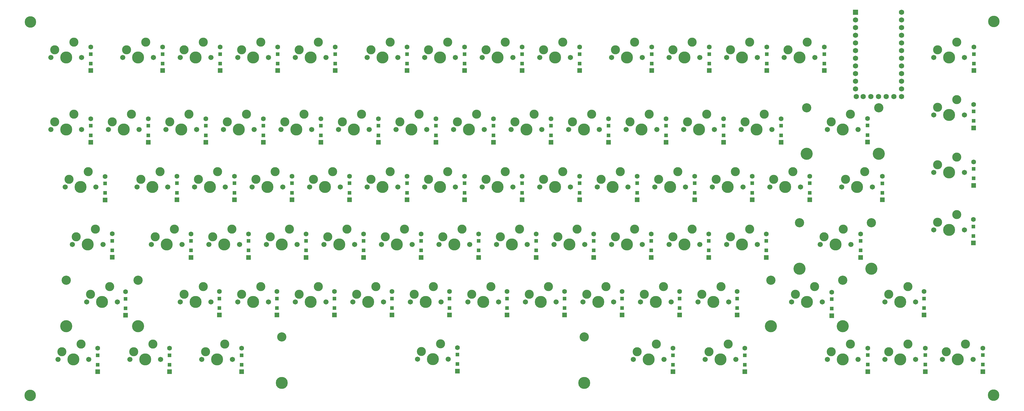
<source format=gbr>
G04 #@! TF.GenerationSoftware,KiCad,Pcbnew,(6.0.10)*
G04 #@! TF.CreationDate,2023-03-11T21:04:29-08:00*
G04 #@! TF.ProjectId,keyboard,6b657962-6f61-4726-942e-6b696361645f,rev?*
G04 #@! TF.SameCoordinates,Original*
G04 #@! TF.FileFunction,Soldermask,Top*
G04 #@! TF.FilePolarity,Negative*
%FSLAX46Y46*%
G04 Gerber Fmt 4.6, Leading zero omitted, Abs format (unit mm)*
G04 Created by KiCad (PCBNEW (6.0.10)) date 2023-03-11 21:04:29*
%MOMM*%
%LPD*%
G01*
G04 APERTURE LIST*
%ADD10R,1.600000X1.600000*%
%ADD11R,1.200000X1.200000*%
%ADD12C,1.600000*%
%ADD13C,4.000000*%
%ADD14C,3.050000*%
%ADD15C,3.000000*%
%ADD16C,3.987800*%
%ADD17C,1.701800*%
%ADD18C,3.800000*%
%ADD19C,3.048000*%
%ADD20R,1.752600X1.752600*%
%ADD21C,1.752600*%
G04 APERTURE END LIST*
D10*
X232320000Y-144850000D03*
D11*
X232320000Y-142525000D03*
D12*
X232320000Y-137050000D03*
D11*
X232320000Y-139375000D03*
X274950000Y-199775000D03*
D10*
X274950000Y-202100000D03*
D11*
X274950000Y-196625000D03*
D12*
X274950000Y-194300000D03*
D13*
X395623450Y-186731800D03*
D14*
X395623450Y-171491800D03*
D15*
X386276250Y-173600000D03*
D13*
X371823450Y-186731800D03*
D16*
X383736250Y-178680000D03*
D15*
X379926250Y-176140000D03*
D17*
X388816250Y-178680000D03*
X378656250Y-178680000D03*
D14*
X371823450Y-171491800D03*
D10*
X382450000Y-202330000D03*
D11*
X382450000Y-200005000D03*
X382450000Y-196855000D03*
D12*
X382450000Y-194530000D03*
D11*
X429507500Y-118745000D03*
D10*
X429507500Y-121070000D03*
D12*
X429507500Y-113270000D03*
D11*
X429507500Y-115595000D03*
D10*
X218052500Y-121070000D03*
D11*
X218052500Y-118745000D03*
D12*
X218052500Y-113270000D03*
D11*
X218052500Y-115595000D03*
D17*
X285787500Y-159630000D03*
D16*
X290867500Y-159630000D03*
D15*
X287057500Y-157090000D03*
X293407500Y-154550000D03*
D17*
X295947500Y-159630000D03*
D15*
X334682500Y-138040000D03*
D17*
X343572500Y-140580000D03*
X333412500Y-140580000D03*
D15*
X341032500Y-135500000D03*
D16*
X338492500Y-140580000D03*
D15*
X298170000Y-173600000D03*
X291820000Y-176140000D03*
D16*
X295630000Y-178680000D03*
D17*
X290550000Y-178680000D03*
X300710000Y-178680000D03*
D15*
X245782500Y-135500000D03*
D17*
X248322500Y-140580000D03*
D15*
X239432500Y-138040000D03*
D17*
X238162500Y-140580000D03*
D16*
X243242500Y-140580000D03*
D11*
X203745000Y-161575000D03*
D10*
X203745000Y-163900000D03*
D11*
X203745000Y-158425000D03*
D12*
X203745000Y-156100000D03*
D11*
X170330000Y-180675000D03*
D10*
X170330000Y-183000000D03*
D12*
X170330000Y-175200000D03*
D11*
X170330000Y-177525000D03*
X194220000Y-142525000D03*
D10*
X194220000Y-144850000D03*
D11*
X194220000Y-139375000D03*
D12*
X194220000Y-137050000D03*
D10*
X251370000Y-144850000D03*
D11*
X251370000Y-142525000D03*
D12*
X251370000Y-137050000D03*
D11*
X251370000Y-139375000D03*
D10*
X198750000Y-202100000D03*
D11*
X198750000Y-199775000D03*
X198750000Y-196625000D03*
D12*
X198750000Y-194300000D03*
D15*
X345795000Y-192650000D03*
D17*
X338175000Y-197730000D03*
X348335000Y-197730000D03*
D16*
X343255000Y-197730000D03*
D15*
X339445000Y-195190000D03*
D10*
X298995000Y-163900000D03*
D11*
X298995000Y-161575000D03*
X298995000Y-158425000D03*
D12*
X298995000Y-156100000D03*
D10*
X289470000Y-144850000D03*
D11*
X289470000Y-142525000D03*
X289470000Y-139375000D03*
D12*
X289470000Y-137050000D03*
D11*
X227480000Y-180675000D03*
D10*
X227480000Y-183000000D03*
D12*
X227480000Y-175200000D03*
D11*
X227480000Y-177525000D03*
D16*
X195617500Y-159630000D03*
D17*
X200697500Y-159630000D03*
D15*
X198157500Y-154550000D03*
X191807500Y-157090000D03*
D17*
X190537500Y-159630000D03*
D10*
X284630000Y-183000000D03*
D11*
X284630000Y-180675000D03*
D12*
X284630000Y-175200000D03*
D11*
X284630000Y-177525000D03*
X429487500Y-137762500D03*
D10*
X429487500Y-140087500D03*
D12*
X429487500Y-132287500D03*
D11*
X429487500Y-134612500D03*
D16*
X257530000Y-178680000D03*
D17*
X262610000Y-178680000D03*
X252450000Y-178680000D03*
D15*
X253720000Y-176140000D03*
X260070000Y-173600000D03*
D16*
X271817500Y-116767500D03*
D15*
X274357500Y-111687500D03*
D17*
X266737500Y-116767500D03*
X276897500Y-116767500D03*
D15*
X268007500Y-114227500D03*
D11*
X217800000Y-199775000D03*
D10*
X217800000Y-202100000D03*
D12*
X217800000Y-194300000D03*
D11*
X217800000Y-196625000D03*
D17*
X153072500Y-140580000D03*
D15*
X150532500Y-135500000D03*
D16*
X147992500Y-140580000D03*
D17*
X142912500Y-140580000D03*
D15*
X144182500Y-138040000D03*
D10*
X137070000Y-144850000D03*
D11*
X137070000Y-142525000D03*
D12*
X137070000Y-137050000D03*
D11*
X137070000Y-139375000D03*
D15*
X274357500Y-154550000D03*
X268007500Y-157090000D03*
D17*
X276897500Y-159630000D03*
X266737500Y-159630000D03*
D16*
X271817500Y-159630000D03*
X390880000Y-159630000D03*
D15*
X387070000Y-157090000D03*
X393420000Y-154550000D03*
D17*
X385800000Y-159630000D03*
X395960000Y-159630000D03*
D10*
X165645000Y-163900000D03*
D11*
X165645000Y-161575000D03*
X165645000Y-158425000D03*
D12*
X165645000Y-156100000D03*
D10*
X413460000Y-220870000D03*
D11*
X413460000Y-218545000D03*
X413460000Y-215395000D03*
D12*
X413460000Y-213070000D03*
D17*
X255430000Y-216760000D03*
D15*
X252890000Y-211680000D03*
D16*
X250350000Y-216760000D03*
D15*
X246540000Y-214220000D03*
D17*
X245270000Y-216760000D03*
D16*
X309917500Y-159630000D03*
D15*
X306107500Y-157090000D03*
D17*
X304837500Y-159630000D03*
X314997500Y-159630000D03*
D15*
X312457500Y-154550000D03*
D11*
X329890000Y-218575000D03*
D10*
X329890000Y-220900000D03*
D12*
X329890000Y-213100000D03*
D11*
X329890000Y-215425000D03*
D17*
X171487500Y-159630000D03*
D15*
X172757500Y-157090000D03*
D16*
X176567500Y-159630000D03*
D15*
X179107500Y-154550000D03*
D17*
X181647500Y-159630000D03*
D15*
X321982500Y-135500000D03*
D17*
X314362500Y-140580000D03*
D16*
X319442500Y-140580000D03*
D15*
X315632500Y-138040000D03*
D17*
X324522500Y-140580000D03*
D15*
X132276250Y-176140000D03*
D17*
X141166250Y-178680000D03*
D15*
X138626250Y-173600000D03*
D16*
X136086250Y-178680000D03*
D17*
X131006250Y-178680000D03*
D16*
X371830000Y-116767500D03*
D17*
X366750000Y-116767500D03*
D15*
X368020000Y-114227500D03*
X374370000Y-111687500D03*
D17*
X376910000Y-116767500D03*
D16*
X157517500Y-159630000D03*
D17*
X162597500Y-159630000D03*
X152437500Y-159630000D03*
D15*
X160057500Y-154550000D03*
X153707500Y-157090000D03*
D16*
X214667500Y-159630000D03*
D17*
X219747500Y-159630000D03*
D15*
X217207500Y-154550000D03*
D17*
X209587500Y-159630000D03*
D15*
X210857500Y-157090000D03*
D11*
X365670000Y-142525000D03*
D10*
X365670000Y-144850000D03*
D12*
X365670000Y-137050000D03*
D11*
X365670000Y-139375000D03*
D17*
X281660000Y-178680000D03*
X271500000Y-178680000D03*
D15*
X272770000Y-176140000D03*
D16*
X276580000Y-178680000D03*
D15*
X279120000Y-173600000D03*
D10*
X179952500Y-121070000D03*
D11*
X179952500Y-118745000D03*
X179952500Y-115595000D03*
D12*
X179952500Y-113270000D03*
D17*
X323887500Y-159630000D03*
D15*
X331507500Y-154550000D03*
X325157500Y-157090000D03*
D17*
X334047500Y-159630000D03*
D16*
X328967500Y-159630000D03*
D17*
X195300000Y-178680000D03*
D15*
X202920000Y-173600000D03*
D17*
X205460000Y-178680000D03*
D15*
X196570000Y-176140000D03*
D16*
X200380000Y-178680000D03*
D11*
X144250000Y-180645000D03*
D10*
X144250000Y-182970000D03*
D12*
X144250000Y-175170000D03*
D11*
X144250000Y-177495000D03*
D16*
X209905000Y-116767500D03*
D15*
X206095000Y-114227500D03*
X212445000Y-111687500D03*
D17*
X214985000Y-116767500D03*
X204825000Y-116767500D03*
D15*
X250545000Y-192650000D03*
D17*
X253085000Y-197730000D03*
X242925000Y-197730000D03*
D16*
X248005000Y-197730000D03*
D15*
X244195000Y-195190000D03*
X326745000Y-192650000D03*
X320395000Y-195190000D03*
D17*
X329285000Y-197730000D03*
D16*
X324205000Y-197730000D03*
D17*
X319125000Y-197730000D03*
X238797500Y-116767500D03*
D15*
X229907500Y-114227500D03*
D16*
X233717500Y-116767500D03*
D17*
X228637500Y-116767500D03*
D15*
X236257500Y-111687500D03*
D10*
X327570000Y-144850000D03*
D11*
X327570000Y-142525000D03*
X327570000Y-139375000D03*
D12*
X327570000Y-137050000D03*
D11*
X303680000Y-180675000D03*
D10*
X303680000Y-183000000D03*
D12*
X303680000Y-175200000D03*
D11*
X303680000Y-177525000D03*
X360927500Y-118745000D03*
D10*
X360927500Y-121070000D03*
D12*
X360927500Y-113270000D03*
D11*
X360927500Y-115595000D03*
X351150000Y-199775000D03*
D10*
X351150000Y-202100000D03*
D12*
X351150000Y-194300000D03*
D11*
X351150000Y-196625000D03*
D10*
X318045000Y-163900000D03*
D11*
X318045000Y-161575000D03*
D12*
X318045000Y-156100000D03*
D11*
X318045000Y-158425000D03*
X341780000Y-180675000D03*
D10*
X341780000Y-183000000D03*
D12*
X341780000Y-175200000D03*
D11*
X341780000Y-177525000D03*
D10*
X265580000Y-183000000D03*
D11*
X265580000Y-180675000D03*
D12*
X265580000Y-175200000D03*
D11*
X265580000Y-177525000D03*
D10*
X294000000Y-202100000D03*
D11*
X294000000Y-199775000D03*
D12*
X294000000Y-194300000D03*
D11*
X294000000Y-196625000D03*
D10*
X199002500Y-121070000D03*
D11*
X199002500Y-118745000D03*
X199002500Y-115595000D03*
D12*
X199002500Y-113270000D03*
D15*
X177520000Y-176140000D03*
D17*
X186410000Y-178680000D03*
X176250000Y-178680000D03*
D15*
X183870000Y-173600000D03*
D16*
X181330000Y-178680000D03*
D17*
X157835000Y-116767500D03*
D15*
X155295000Y-111687500D03*
D17*
X147675000Y-116767500D03*
D15*
X148945000Y-114227500D03*
D16*
X152755000Y-116767500D03*
D15*
X187045000Y-114227500D03*
D17*
X185775000Y-116767500D03*
D16*
X190855000Y-116767500D03*
D15*
X193395000Y-111687500D03*
D17*
X195935000Y-116767500D03*
D16*
X367067500Y-159630000D03*
D15*
X363257500Y-157090000D03*
D17*
X372147500Y-159630000D03*
X361987500Y-159630000D03*
D15*
X369607500Y-154550000D03*
D18*
X117110000Y-105010000D03*
D15*
X163232500Y-138040000D03*
D17*
X161962500Y-140580000D03*
D15*
X169582500Y-135500000D03*
D17*
X172122500Y-140580000D03*
D16*
X167042500Y-140580000D03*
D10*
X360830000Y-183000000D03*
D11*
X360830000Y-180675000D03*
D12*
X360830000Y-175200000D03*
D11*
X360830000Y-177525000D03*
X148630000Y-199875000D03*
D10*
X148630000Y-202200000D03*
D11*
X148630000Y-196725000D03*
D12*
X148630000Y-194400000D03*
D10*
X394410000Y-220870000D03*
D11*
X394410000Y-218545000D03*
X394410000Y-215395000D03*
D12*
X394410000Y-213070000D03*
D11*
X337095000Y-161575000D03*
D10*
X337095000Y-163900000D03*
D12*
X337095000Y-156100000D03*
D11*
X337095000Y-158425000D03*
D17*
X195935000Y-197730000D03*
D16*
X190855000Y-197730000D03*
D15*
X187045000Y-195190000D03*
D17*
X185775000Y-197730000D03*
D15*
X193395000Y-192650000D03*
D10*
X139390000Y-220900000D03*
D11*
X139390000Y-218575000D03*
X139390000Y-215425000D03*
D12*
X139390000Y-213100000D03*
D15*
X182282500Y-138040000D03*
X188632500Y-135500000D03*
D17*
X191172500Y-140580000D03*
X181012500Y-140580000D03*
D16*
X186092500Y-140580000D03*
D15*
X151326250Y-214240000D03*
D17*
X150056250Y-216780000D03*
D15*
X157676250Y-211700000D03*
D16*
X155136250Y-216780000D03*
D17*
X160216250Y-216780000D03*
D10*
X179700000Y-202100000D03*
D11*
X179700000Y-199775000D03*
D12*
X179700000Y-194300000D03*
D11*
X179700000Y-196625000D03*
D16*
X178948750Y-216780000D03*
D15*
X175138750Y-214240000D03*
X181488750Y-211700000D03*
D17*
X184028750Y-216780000D03*
X173868750Y-216780000D03*
D11*
X184695000Y-161575000D03*
D10*
X184695000Y-163900000D03*
D12*
X184695000Y-156100000D03*
D11*
X184695000Y-158425000D03*
X299015000Y-118745000D03*
D10*
X299015000Y-121070000D03*
D11*
X299015000Y-115595000D03*
D12*
X299015000Y-113270000D03*
D15*
X407707500Y-192650000D03*
D17*
X400087500Y-197730000D03*
D15*
X401357500Y-195190000D03*
D17*
X410247500Y-197730000D03*
D16*
X405167500Y-197730000D03*
D11*
X341877500Y-118745000D03*
D10*
X341877500Y-121070000D03*
D12*
X341877500Y-113270000D03*
D11*
X341877500Y-115595000D03*
X353702500Y-218575000D03*
D10*
X353702500Y-220900000D03*
D12*
X353702500Y-213100000D03*
D11*
X353702500Y-215425000D03*
D17*
X369131250Y-197730000D03*
D16*
X374211250Y-197730000D03*
D15*
X376751250Y-192650000D03*
D17*
X379291250Y-197730000D03*
D15*
X370401250Y-195190000D03*
D13*
X362298450Y-205781800D03*
D14*
X362298450Y-190541800D03*
X386098450Y-190541800D03*
D13*
X386098450Y-205781800D03*
D11*
X236850000Y-199775000D03*
D10*
X236850000Y-202100000D03*
D11*
X236850000Y-196625000D03*
D12*
X236850000Y-194300000D03*
D17*
X128625000Y-159630000D03*
D15*
X136245000Y-154550000D03*
D17*
X138785000Y-159630000D03*
D16*
X133705000Y-159630000D03*
D15*
X129895000Y-157090000D03*
D11*
X189380000Y-180675000D03*
D10*
X189380000Y-183000000D03*
D11*
X189380000Y-177525000D03*
D12*
X189380000Y-175200000D03*
D10*
X246530000Y-183000000D03*
D11*
X246530000Y-180675000D03*
D12*
X246530000Y-175200000D03*
D11*
X246530000Y-177525000D03*
X241865000Y-118745000D03*
D10*
X241865000Y-121070000D03*
D11*
X241865000Y-115595000D03*
D12*
X241865000Y-113270000D03*
D15*
X226732500Y-135500000D03*
D16*
X224192500Y-140580000D03*
D17*
X219112500Y-140580000D03*
X229272500Y-140580000D03*
D15*
X220382500Y-138040000D03*
D10*
X258500000Y-220690000D03*
D11*
X258500000Y-218365000D03*
D12*
X258500000Y-212890000D03*
D11*
X258500000Y-215215000D03*
X141860000Y-161635000D03*
D10*
X141860000Y-163960000D03*
D11*
X141860000Y-158485000D03*
D12*
X141860000Y-156160000D03*
D15*
X423900000Y-149787500D03*
D16*
X421360000Y-154867500D03*
D17*
X416280000Y-154867500D03*
D15*
X417550000Y-152327500D03*
D17*
X426440000Y-154867500D03*
D11*
X260895000Y-161575000D03*
D10*
X260895000Y-163900000D03*
D12*
X260895000Y-156100000D03*
D11*
X260895000Y-158425000D03*
D15*
X248957500Y-114227500D03*
D16*
X252767500Y-116767500D03*
D15*
X255307500Y-111687500D03*
D17*
X257847500Y-116767500D03*
X247687500Y-116767500D03*
X214985000Y-197730000D03*
D15*
X206095000Y-195190000D03*
X212445000Y-192650000D03*
D16*
X209905000Y-197730000D03*
D17*
X204825000Y-197730000D03*
D11*
X175170000Y-142525000D03*
D10*
X175170000Y-144850000D03*
D11*
X175170000Y-139375000D03*
D12*
X175170000Y-137050000D03*
D18*
X436070000Y-228700000D03*
X117020000Y-228770000D03*
D11*
X163202500Y-218575000D03*
D10*
X163202500Y-220900000D03*
D11*
X163202500Y-215425000D03*
D12*
X163202500Y-213100000D03*
D10*
X255900000Y-202100000D03*
D11*
X255900000Y-199775000D03*
X255900000Y-196625000D03*
D12*
X255900000Y-194300000D03*
D17*
X426440000Y-116767500D03*
D16*
X421360000Y-116767500D03*
D17*
X416280000Y-116767500D03*
D15*
X417550000Y-114227500D03*
X423900000Y-111687500D03*
D11*
X356145000Y-161575000D03*
D10*
X356145000Y-163900000D03*
D11*
X356145000Y-158425000D03*
D12*
X356145000Y-156100000D03*
D17*
X416280000Y-173917500D03*
D15*
X417550000Y-171377500D03*
D17*
X426440000Y-173917500D03*
D16*
X421360000Y-173917500D03*
D15*
X423900000Y-168837500D03*
D17*
X176885000Y-116767500D03*
D15*
X174345000Y-111687500D03*
D16*
X171805000Y-116767500D03*
D15*
X167995000Y-114227500D03*
D17*
X166725000Y-116767500D03*
D10*
X332100000Y-202100000D03*
D11*
X332100000Y-199775000D03*
X332100000Y-196625000D03*
D12*
X332100000Y-194300000D03*
D16*
X314680000Y-116767500D03*
D15*
X310870000Y-114227500D03*
X317220000Y-111687500D03*
D17*
X319760000Y-116767500D03*
X309600000Y-116767500D03*
D16*
X352780000Y-116767500D03*
D15*
X355320000Y-111687500D03*
X348970000Y-114227500D03*
D17*
X347700000Y-116767500D03*
X357860000Y-116767500D03*
X416280000Y-135817500D03*
D16*
X421360000Y-135817500D03*
D15*
X417550000Y-133277500D03*
D17*
X426440000Y-135817500D03*
D15*
X423900000Y-130737500D03*
D11*
X241845000Y-161575000D03*
D10*
X241845000Y-163900000D03*
D12*
X241845000Y-156100000D03*
D11*
X241845000Y-158425000D03*
D15*
X420407500Y-214240000D03*
D17*
X429297500Y-216780000D03*
X419137500Y-216780000D03*
D16*
X424217500Y-216780000D03*
D15*
X426757500Y-211700000D03*
D11*
X208430000Y-180675000D03*
D10*
X208430000Y-183000000D03*
D12*
X208430000Y-175200000D03*
D11*
X208430000Y-177525000D03*
D16*
X262292500Y-140580000D03*
D17*
X267372500Y-140580000D03*
D15*
X264832500Y-135500000D03*
D17*
X257212500Y-140580000D03*
D15*
X258482500Y-138040000D03*
X293407500Y-111687500D03*
D17*
X285787500Y-116767500D03*
D15*
X287057500Y-114227500D03*
D16*
X290867500Y-116767500D03*
D17*
X295947500Y-116767500D03*
D18*
X436180000Y-104790000D03*
D15*
X355320000Y-173600000D03*
D17*
X347700000Y-178680000D03*
D16*
X352780000Y-178680000D03*
D15*
X348970000Y-176140000D03*
D17*
X357860000Y-178680000D03*
D10*
X137090000Y-121070000D03*
D11*
X137090000Y-118745000D03*
X137090000Y-115595000D03*
D12*
X137090000Y-113270000D03*
D15*
X353732500Y-138040000D03*
D17*
X362622500Y-140580000D03*
D16*
X357542500Y-140580000D03*
D15*
X360082500Y-135500000D03*
D17*
X352462500Y-140580000D03*
D15*
X310870000Y-176140000D03*
X317220000Y-173600000D03*
D17*
X309600000Y-178680000D03*
D16*
X314680000Y-178680000D03*
D17*
X319760000Y-178680000D03*
X234035000Y-197730000D03*
D15*
X231495000Y-192650000D03*
D16*
X228955000Y-197730000D03*
D17*
X223875000Y-197730000D03*
D15*
X225145000Y-195190000D03*
D10*
X392060000Y-183000000D03*
D11*
X392060000Y-180675000D03*
X392060000Y-177525000D03*
D12*
X392060000Y-175200000D03*
D10*
X156120000Y-144850000D03*
D11*
X156120000Y-142525000D03*
X156120000Y-139375000D03*
D12*
X156120000Y-137050000D03*
D10*
X279965000Y-121070000D03*
D11*
X279965000Y-118745000D03*
D12*
X279965000Y-113270000D03*
D11*
X279965000Y-115595000D03*
D17*
X340556250Y-216780000D03*
D16*
X345636250Y-216780000D03*
D15*
X341826250Y-214240000D03*
X348176250Y-211700000D03*
D17*
X350716250Y-216780000D03*
D10*
X222795000Y-163900000D03*
D11*
X222795000Y-161575000D03*
X222795000Y-158425000D03*
D12*
X222795000Y-156100000D03*
D17*
X176885000Y-197730000D03*
D15*
X167995000Y-195190000D03*
D16*
X171805000Y-197730000D03*
D15*
X174345000Y-192650000D03*
D17*
X166725000Y-197730000D03*
D10*
X413062500Y-202100000D03*
D11*
X413062500Y-199775000D03*
D12*
X413062500Y-194300000D03*
D11*
X413062500Y-196625000D03*
D17*
X316743750Y-216780000D03*
D16*
X321823750Y-216780000D03*
D15*
X318013750Y-214240000D03*
X324363750Y-211700000D03*
D17*
X326903750Y-216780000D03*
X135768750Y-197730000D03*
D14*
X152735950Y-190541800D03*
D16*
X140848750Y-197730000D03*
D15*
X137038750Y-195190000D03*
X143388750Y-192650000D03*
D13*
X152735950Y-205781800D03*
D17*
X145928750Y-197730000D03*
D14*
X128935950Y-190541800D03*
D13*
X128935950Y-205781800D03*
D10*
X313050000Y-202100000D03*
D11*
X313050000Y-199775000D03*
D12*
X313050000Y-194300000D03*
D11*
X313050000Y-196625000D03*
D10*
X213270000Y-144850000D03*
D11*
X213270000Y-142525000D03*
X213270000Y-139375000D03*
D12*
X213270000Y-137050000D03*
D11*
X394340000Y-142445000D03*
D10*
X394340000Y-144770000D03*
D11*
X394340000Y-139295000D03*
D12*
X394340000Y-136970000D03*
D17*
X272135000Y-197730000D03*
D16*
X267055000Y-197730000D03*
D15*
X263245000Y-195190000D03*
X269595000Y-192650000D03*
D17*
X261975000Y-197730000D03*
D10*
X429487500Y-159137500D03*
D11*
X429487500Y-156812500D03*
X429487500Y-153662500D03*
D12*
X429487500Y-151337500D03*
D10*
X270420000Y-144850000D03*
D11*
X270420000Y-142525000D03*
X270420000Y-139375000D03*
D12*
X270420000Y-137050000D03*
D17*
X391197500Y-216780000D03*
D15*
X388657500Y-211700000D03*
X382307500Y-214240000D03*
D17*
X381037500Y-216780000D03*
D16*
X386117500Y-216780000D03*
D19*
X200376250Y-209324999D03*
X300546856Y-209394999D03*
D16*
X200376250Y-224564999D03*
X300546856Y-224634999D03*
D15*
X127513750Y-214240000D03*
D16*
X131323750Y-216780000D03*
D15*
X133863750Y-211700000D03*
D17*
X136403750Y-216780000D03*
X126243750Y-216780000D03*
X338810000Y-116767500D03*
D15*
X336270000Y-111687500D03*
D16*
X333730000Y-116767500D03*
D17*
X328650000Y-116767500D03*
D15*
X329920000Y-114227500D03*
D11*
X429410000Y-175912500D03*
D10*
X429410000Y-178237500D03*
D11*
X429410000Y-172762500D03*
D12*
X429410000Y-170437500D03*
D10*
X379977500Y-121070000D03*
D11*
X379977500Y-118745000D03*
D12*
X379977500Y-113270000D03*
D11*
X379977500Y-115595000D03*
D16*
X333730000Y-178680000D03*
D15*
X336270000Y-173600000D03*
D17*
X338810000Y-178680000D03*
X328650000Y-178680000D03*
D15*
X329920000Y-176140000D03*
X301345000Y-195190000D03*
D16*
X305155000Y-197730000D03*
D15*
X307695000Y-192650000D03*
D17*
X310235000Y-197730000D03*
X300075000Y-197730000D03*
D15*
X236257500Y-154550000D03*
D17*
X228637500Y-159630000D03*
X238797500Y-159630000D03*
D16*
X233717500Y-159630000D03*
D15*
X229907500Y-157090000D03*
D11*
X322730000Y-180675000D03*
D10*
X322730000Y-183000000D03*
D12*
X322730000Y-175200000D03*
D11*
X322730000Y-177525000D03*
X322827500Y-118745000D03*
D10*
X322827500Y-121070000D03*
D12*
X322827500Y-113270000D03*
D11*
X322827500Y-115595000D03*
D17*
X210222500Y-140580000D03*
D15*
X201332500Y-138040000D03*
D16*
X205142500Y-140580000D03*
D15*
X207682500Y-135500000D03*
D17*
X200062500Y-140580000D03*
X400087500Y-216780000D03*
X410247500Y-216780000D03*
D16*
X405167500Y-216780000D03*
D15*
X401357500Y-214240000D03*
X407707500Y-211700000D03*
D10*
X375195000Y-163900000D03*
D11*
X375195000Y-161575000D03*
X375195000Y-158425000D03*
D12*
X375195000Y-156100000D03*
D11*
X399200000Y-161605000D03*
D10*
X399200000Y-163930000D03*
D12*
X399200000Y-156130000D03*
D11*
X399200000Y-158455000D03*
D15*
X282295000Y-195190000D03*
D16*
X286105000Y-197730000D03*
D17*
X291185000Y-197730000D03*
D15*
X288645000Y-192650000D03*
D17*
X281025000Y-197730000D03*
D11*
X187015000Y-218575000D03*
D10*
X187015000Y-220900000D03*
D11*
X187015000Y-215425000D03*
D12*
X187015000Y-213100000D03*
D10*
X279945000Y-163900000D03*
D11*
X279945000Y-161575000D03*
D12*
X279945000Y-156100000D03*
D11*
X279945000Y-158425000D03*
D15*
X125132500Y-114227500D03*
D17*
X123862500Y-116767500D03*
X134022500Y-116767500D03*
D15*
X131482500Y-111687500D03*
D16*
X128942500Y-116767500D03*
D11*
X308520000Y-142525000D03*
D10*
X308520000Y-144850000D03*
D11*
X308520000Y-139375000D03*
D12*
X308520000Y-137050000D03*
D10*
X432510000Y-220870000D03*
D11*
X432510000Y-218545000D03*
D12*
X432510000Y-213070000D03*
D11*
X432510000Y-215395000D03*
X346620000Y-142525000D03*
D10*
X346620000Y-144850000D03*
D12*
X346620000Y-137050000D03*
D11*
X346620000Y-139375000D03*
D16*
X348017500Y-159630000D03*
D15*
X350557500Y-154550000D03*
D17*
X342937500Y-159630000D03*
D15*
X344207500Y-157090000D03*
D17*
X353097500Y-159630000D03*
D15*
X277532500Y-138040000D03*
D17*
X286422500Y-140580000D03*
D16*
X281342500Y-140580000D03*
D15*
X283882500Y-135500000D03*
D17*
X276262500Y-140580000D03*
D15*
X221970000Y-173600000D03*
X215620000Y-176140000D03*
D17*
X214350000Y-178680000D03*
X224510000Y-178680000D03*
D16*
X219430000Y-178680000D03*
D17*
X247687500Y-159630000D03*
D15*
X255307500Y-154550000D03*
D16*
X252767500Y-159630000D03*
D17*
X257847500Y-159630000D03*
D15*
X248957500Y-157090000D03*
D17*
X295312500Y-140580000D03*
D15*
X302932500Y-135500000D03*
X296582500Y-138040000D03*
D16*
X300392500Y-140580000D03*
D17*
X305472500Y-140580000D03*
D11*
X260915000Y-118745000D03*
D10*
X260915000Y-121070000D03*
D11*
X260915000Y-115595000D03*
D12*
X260915000Y-113270000D03*
D11*
X160902500Y-118745000D03*
D10*
X160902500Y-121070000D03*
D11*
X160902500Y-115595000D03*
D12*
X160902500Y-113270000D03*
D17*
X157200000Y-178680000D03*
D16*
X162280000Y-178680000D03*
D15*
X164820000Y-173600000D03*
X158470000Y-176140000D03*
D17*
X167360000Y-178680000D03*
X123862500Y-140580000D03*
X134022500Y-140580000D03*
D16*
X128942500Y-140580000D03*
D15*
X125132500Y-138040000D03*
X131482500Y-135500000D03*
D17*
X381037500Y-140580000D03*
D15*
X388657500Y-135500000D03*
D13*
X398004700Y-148631800D03*
D17*
X391197500Y-140580000D03*
D16*
X386117500Y-140580000D03*
D13*
X374204700Y-148631800D03*
D15*
X382307500Y-138040000D03*
D14*
X398004700Y-133391800D03*
X374204700Y-133391800D03*
D16*
X238480000Y-178680000D03*
D15*
X241020000Y-173600000D03*
D17*
X233400000Y-178680000D03*
D15*
X234670000Y-176140000D03*
D17*
X243560000Y-178680000D03*
D20*
X390380000Y-101770000D03*
D21*
X390380000Y-104310000D03*
X390380000Y-106850000D03*
X390380000Y-109390000D03*
X390380000Y-111930000D03*
X390380000Y-114470000D03*
X390380000Y-117010000D03*
X390380000Y-119550000D03*
X390380000Y-122090000D03*
X390380000Y-124630000D03*
X390380000Y-127170000D03*
X390608600Y-129710000D03*
X405620000Y-129710000D03*
X405620000Y-127170000D03*
X405620000Y-124630000D03*
X405620000Y-122090000D03*
X405620000Y-119550000D03*
X405620000Y-117010000D03*
X405620000Y-114470000D03*
X405620000Y-111930000D03*
X405620000Y-109390000D03*
X405620000Y-106850000D03*
X405620000Y-104310000D03*
X405620000Y-101770000D03*
X392920000Y-129710000D03*
X395460000Y-129710000D03*
X398000000Y-129710000D03*
X400540000Y-129710000D03*
X403080000Y-129710000D03*
M02*

</source>
